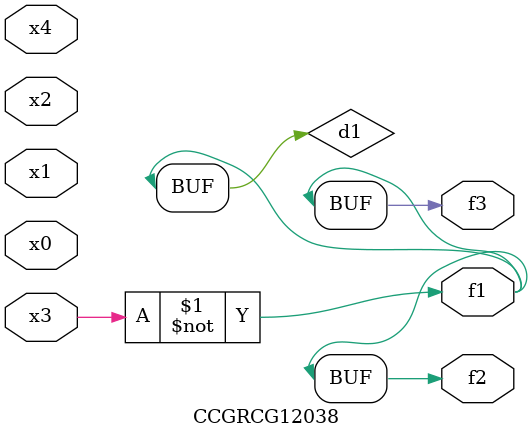
<source format=v>
module CCGRCG12038(
	input x0, x1, x2, x3, x4,
	output f1, f2, f3
);

	wire d1, d2;

	xnor (d1, x3);
	not (d2, x1);
	assign f1 = d1;
	assign f2 = d1;
	assign f3 = d1;
endmodule

</source>
